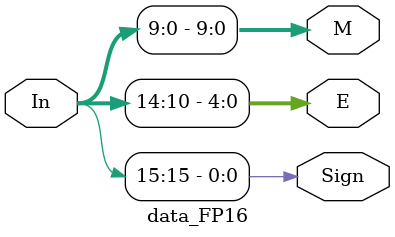
<source format=v>


module data_FP16(
	In,
	Sign,
	E,
	M
);


input wire	[15:0] In;
output wire	Sign;
output wire	[4:0] E;
output wire	[9:0] M;


assign	Sign = In[15];
assign	E = In[14:10];
assign	M = In[9:0];




endmodule

</source>
